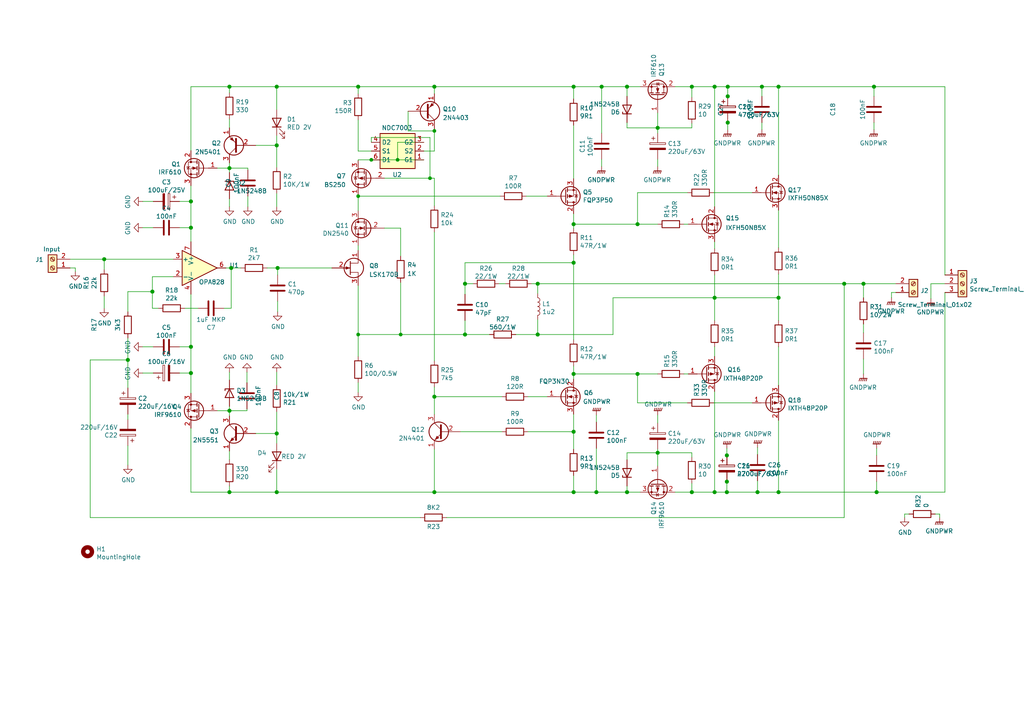
<source format=kicad_sch>
(kicad_sch (version 20230121) (generator eeschema)
  (paper "A4")
  (title_block (title "Q17.3") (date "2023-05-06") (rev "1.3") (company "by eng. Anonymous") (comment 4 "Q17.3 end game"))
  (junction (at 55.372 100.584) (diameter 1.016))
  (junction (at 80.264 42.164) (diameter 1.016))
  (junction (at 66.548 119.126) (diameter 1.016))
  (junction (at 166.37 142.748) (diameter 1.016))
  (junction (at 66.548 142.748) (diameter 1.016))
  (junction (at 200.66 25.146) (diameter 1.016))
  (junction (at 125.984 37.973))
  (junction (at 125.984 115.062) (diameter 1.016))
  (junction (at 211.074 27.94) (diameter 1.016))
  (junction (at 55.372 108.204) (diameter 1.016))
  (junction (at 225.806 25.146) (diameter 1.016))
  (junction (at 250.444 82.296) (diameter 1.016))
  (junction (at 67.056 77.724) (diameter 1.016))
  (junction (at 125.984 25.146) (diameter 1.016))
  (junction (at 184.912 65.024) (diameter 1.016))
  (junction (at 37.084 104.394) (diameter 1.016))
  (junction (at 134.874 97.028) (diameter 1.016))
  (junction (at 244.856 82.296) (diameter 1.016))
  (junction (at 134.874 82.296) (diameter 1.016))
  (junction (at 80.264 25.146) (diameter 1.016))
  (junction (at 107.696 46.355))
  (junction (at 181.864 142.748) (diameter 1.016))
  (junction (at 253.492 25.146) (diameter 1.016))
  (junction (at 80.518 77.724) (diameter 1.016))
  (junction (at 125.984 142.748) (diameter 1.016))
  (junction (at 166.37 65.024) (diameter 1.016))
  (junction (at 44.196 84.582) (diameter 1.016))
  (junction (at 80.264 142.748) (diameter 1.016))
  (junction (at 174.498 25.146) (diameter 1.016))
  (junction (at 225.806 142.748) (diameter 1.016))
  (junction (at 211.074 25.146) (diameter 1.016))
  (junction (at 124.714 51.689))
  (junction (at 211.074 35.56) (diameter 1.016))
  (junction (at 166.37 76.2) (diameter 1.016))
  (junction (at 166.37 125.222) (diameter 1.016))
  (junction (at 155.956 97.028) (diameter 1.016))
  (junction (at 200.66 142.748) (diameter 1.016))
  (junction (at 207.264 86.36) (diameter 1.016))
  (junction (at 225.806 86.36) (diameter 1.016))
  (junction (at 55.372 58.42) (diameter 1.016))
  (junction (at 220.98 25.146) (diameter 1.016))
  (junction (at 166.37 25.146) (diameter 1.016))
  (junction (at 80.264 125.73) (diameter 1.016))
  (junction (at 190.754 37.084) (diameter 1.016))
  (junction (at 115.316 46.355))
  (junction (at 210.82 139.7) (diameter 1.016))
  (junction (at 166.37 108.458) (diameter 1.016))
  (junction (at 210.82 142.748) (diameter 1.016))
  (junction (at 66.548 25.146) (diameter 1.016))
  (junction (at 116.205 97.028))
  (junction (at 184.912 108.458) (diameter 1.016))
  (junction (at 181.864 25.146) (diameter 1.016))
  (junction (at 172.974 142.748) (diameter 1.016))
  (junction (at 103.886 25.146) (diameter 1.016))
  (junction (at 103.886 97.028))
  (junction (at 30.226 75.184) (diameter 1.016))
  (junction (at 219.71 142.748) (diameter 1.016))
  (junction (at 210.82 132.08) (diameter 1.016))
  (junction (at 207.264 142.748) (diameter 1.016))
  (junction (at 190.754 131.318) (diameter 1.016))
  (junction (at 55.372 66.04) (diameter 1.016))
  (junction (at 103.886 56.896))
  (junction (at 207.264 25.146) (diameter 1.016))
  (junction (at 66.548 48.768) (diameter 1.016))
  (junction (at 155.956 82.296) (diameter 1.016))
  (junction (at 254.254 142.748) (diameter 1.016))
  (wire (pts (xy 220.98 35.56) (xy 220.98 37.592)))
  (wire (pts (xy 80.518 77.724) (xy 96.266 77.724)))
  (wire (pts (xy 166.37 73.914) (xy 166.37 76.2)))
  (wire (pts (xy 116.205 97.028) (xy 103.886 97.028)))
  (wire (pts (xy 74.168 42.164) (xy 80.264 42.164)))
  (wire (pts (xy 80.264 42.164) (xy 80.264 39.37)))
  (wire (pts (xy 125.984 25.146) (xy 103.886 25.146)))
  (wire (pts (xy 125.984 25.146) (xy 166.37 25.146)))
  (wire (pts (xy 103.886 82.804) (xy 103.886 97.028)))
  (wire (pts (xy 200.66 131.318) (xy 190.754 131.318)))
  (wire (pts (xy 200.66 132.588) (xy 200.66 131.318)))
  (wire (pts (xy 66.548 34.544) (xy 66.548 37.084)))
  (wire (pts (xy 125.984 51.689) (xy 125.984 59.69)))
  (wire (pts (xy 190.754 120.396) (xy 190.754 122.682)))
  (wire (pts (xy 37.084 121.666) (xy 37.084 120.142)))
  (wire (pts (xy 37.084 134.874) (xy 37.084 129.286)))
  (wire (pts (xy 20.32 77.724) (xy 21.844 77.724)))
  (wire (pts (xy 21.844 77.724) (xy 21.844 78.74)))
  (wire (pts (xy 200.66 25.146) (xy 200.66 28.194)))
  (wire (pts (xy 37.084 98.044) (xy 37.084 104.394)))
  (wire (pts (xy 37.084 104.394) (xy 37.084 112.522)))
  (wire (pts (xy 184.912 116.84) (xy 184.912 108.458)))
  (wire (pts (xy 199.39 116.84) (xy 184.912 116.84)))
  (wire (pts (xy 80.264 125.73) (xy 80.264 119.38)))
  (wire (pts (xy 80.264 25.146) (xy 103.886 25.146)))
  (wire (pts (xy 166.37 120.142) (xy 166.37 125.222)))
  (wire (pts (xy 166.37 125.222) (xy 166.37 130.302)))
  (wire (pts (xy 44.196 80.264) (xy 50.292 80.264)))
  (wire (pts (xy 44.196 84.582) (xy 44.196 80.264)))
  (wire (pts (xy 44.196 89.408) (xy 44.196 84.582)))
  (wire (pts (xy 45.974 89.408) (xy 44.196 89.408)))
  (wire (pts (xy 134.874 76.2) (xy 166.37 76.2)))
  (wire (pts (xy 134.874 82.296) (xy 134.874 76.2)))
  (wire (pts (xy 185.674 25.146) (xy 181.864 25.146)))
  (wire (pts (xy 66.548 47.244) (xy 66.548 48.768)))
  (wire (pts (xy 66.548 48.768) (xy 66.548 50.038)))
  (wire (pts (xy 116.205 74.295) (xy 116.205 66.167)))
  (wire (pts (xy 65.024 89.408) (xy 67.056 89.408)))
  (wire (pts (xy 67.056 89.408) (xy 67.056 77.724)))
  (wire (pts (xy 190.754 46.228) (xy 190.754 48.26)))
  (wire (pts (xy 125.984 67.31) (xy 125.984 104.648)))
  (wire (pts (xy 190.754 32.766) (xy 190.754 37.084)))
  (wire (pts (xy 190.754 37.084) (xy 190.754 38.608)))
  (wire (pts (xy 190.754 37.084) (xy 200.66 37.084)))
  (wire (pts (xy 200.66 37.084) (xy 200.66 35.814)))
  (wire (pts (xy 172.974 122.428) (xy 172.974 120.396)))
  (wire (pts (xy 107.696 46.355) (xy 115.316 46.355)))
  (wire (pts (xy 107.696 43.815) (xy 103.886 43.815)))
  (wire (pts (xy 55.372 124.206) (xy 55.372 142.748)))
  (wire (pts (xy 158.75 56.896) (xy 152.654 56.896)))
  (wire (pts (xy 26.162 104.394) (xy 37.084 104.394)))
  (wire (pts (xy 26.162 150.114) (xy 26.162 104.394)))
  (wire (pts (xy 121.92 150.114) (xy 26.162 150.114)))
  (wire (pts (xy 210.82 142.748) (xy 219.71 142.748)))
  (wire (pts (xy 219.71 142.748) (xy 225.806 142.748)))
  (wire (pts (xy 225.806 142.748) (xy 254.254 142.748)))
  (wire (pts (xy 254.254 139.7) (xy 254.254 142.748)))
  (wire (pts (xy 125.984 37.338) (xy 125.984 37.973)))
  (wire (pts (xy 134.874 82.296) (xy 134.874 85.344)))
  (wire (pts (xy 137.16 82.296) (xy 134.874 82.296)))
  (wire (pts (xy 166.37 36.322) (xy 166.37 51.816)))
  (wire (pts (xy 107.696 39.878) (xy 107.696 41.275)))
  (wire (pts (xy 55.372 85.344) (xy 55.372 100.584)))
  (wire (pts (xy 55.372 100.584) (xy 55.372 108.204)))
  (wire (pts (xy 55.372 108.204) (xy 55.372 114.046)))
  (wire (pts (xy 219.71 139.446) (xy 219.71 142.748)))
  (wire (pts (xy 66.548 140.97) (xy 66.548 142.748)))
  (wire (pts (xy 225.806 25.146) (xy 253.492 25.146)))
  (wire (pts (xy 253.492 27.94) (xy 253.492 25.146)))
  (wire (pts (xy 52.07 108.204) (xy 55.372 108.204)))
  (wire (pts (xy 207.264 86.36) (xy 225.806 86.36)))
  (wire (pts (xy 144.78 82.296) (xy 146.558 82.296)))
  (wire (pts (xy 154.178 82.296) (xy 155.956 82.296)))
  (wire (pts (xy 155.956 85.09) (xy 155.956 82.296)))
  (wire (pts (xy 274.066 142.748) (xy 254.254 142.748)))
  (wire (pts (xy 258.572 84.836) (xy 259.842 84.836)))
  (wire (pts (xy 258.572 86.36) (xy 258.572 84.836)))
  (wire (pts (xy 55.372 53.848) (xy 55.372 58.42)))
  (wire (pts (xy 55.372 58.42) (xy 55.372 66.04)))
  (wire (pts (xy 55.372 66.04) (xy 55.372 70.104)))
  (wire (pts (xy 125.984 115.062) (xy 145.542 115.062)))
  (wire (pts (xy 153.162 115.062) (xy 158.75 115.062)))
  (wire (pts (xy 244.856 82.296) (xy 244.856 150.114)))
  (wire (pts (xy 244.856 150.114) (xy 129.54 150.114)))
  (wire (pts (xy 52.07 66.04) (xy 55.372 66.04)))
  (wire (pts (xy 149.606 97.028) (xy 155.956 97.028)))
  (wire (pts (xy 155.956 92.71) (xy 155.956 97.028)))
  (wire (pts (xy 198.374 65.024) (xy 199.644 65.024)))
  (wire (pts (xy 103.886 71.247) (xy 103.886 72.644)))
  (wire (pts (xy 198.374 108.458) (xy 199.644 108.458)))
  (wire (pts (xy 41.402 66.04) (xy 44.45 66.04)))
  (wire (pts (xy 174.498 25.146) (xy 166.37 25.146)))
  (wire (pts (xy 181.864 25.146) (xy 174.498 25.146)))
  (wire (pts (xy 200.66 25.146) (xy 195.834 25.146)))
  (wire (pts (xy 207.264 25.146) (xy 200.66 25.146)))
  (wire (pts (xy 207.264 59.944) (xy 207.264 25.146)))
  (wire (pts (xy 166.37 25.146) (xy 166.37 28.702)))
  (wire (pts (xy 71.628 118.618) (xy 71.628 119.126)))
  (wire (pts (xy 71.628 119.126) (xy 66.548 119.126)))
  (wire (pts (xy 103.886 56.896) (xy 145.034 56.896)))
  (wire (pts (xy 184.912 55.88) (xy 184.912 65.024)))
  (wire (pts (xy 199.39 55.88) (xy 184.912 55.88)))
  (wire (pts (xy 155.956 97.028) (xy 177.8 97.028)))
  (wire (pts (xy 177.8 86.36) (xy 207.264 86.36)))
  (wire (pts (xy 177.8 97.028) (xy 177.8 86.36)))
  (wire (pts (xy 200.66 140.208) (xy 200.66 142.748)))
  (wire (pts (xy 207.264 70.104) (xy 207.264 72.136)))
  (wire (pts (xy 207.264 79.756) (xy 207.264 86.36)))
  (wire (pts (xy 207.264 86.36) (xy 207.264 92.964)))
  (wire (pts (xy 207.264 100.584) (xy 207.264 103.378)))
  (wire (pts (xy 125.984 112.268) (xy 125.984 115.062)))
  (wire (pts (xy 133.604 125.222) (xy 145.542 125.222)))
  (wire (pts (xy 153.162 125.222) (xy 166.37 125.222)))
  (wire (pts (xy 116.205 66.167) (xy 111.506 66.167)))
  (wire (pts (xy 274.066 84.836) (xy 274.066 142.748)))
  (wire (pts (xy 66.548 110.236) (xy 66.548 107.95)))
  (wire (pts (xy 41.402 100.584) (xy 44.45 100.584)))
  (wire (pts (xy 115.316 46.355) (xy 122.936 46.355)))
  (wire (pts (xy 166.37 106.172) (xy 166.37 108.458)))
  (wire (pts (xy 166.37 108.458) (xy 166.37 109.982)))
  (wire (pts (xy 125.984 115.062) (xy 125.984 120.142)))
  (wire (pts (xy 181.864 35.56) (xy 181.864 37.084)))
  (wire (pts (xy 181.864 37.084) (xy 190.754 37.084)))
  (wire (pts (xy 253.492 35.56) (xy 253.492 37.592)))
  (wire (pts (xy 80.264 111.76) (xy 80.264 107.95)))
  (wire (pts (xy 166.37 76.2) (xy 166.37 98.552)))
  (wire (pts (xy 103.886 56.896) (xy 103.886 61.087)))
  (wire (pts (xy 77.47 77.724) (xy 80.518 77.724)))
  (wire (pts (xy 80.518 77.724) (xy 80.518 79.756)))
  (wire (pts (xy 71.882 48.768) (xy 66.548 48.768)))
  (wire (pts (xy 71.882 49.276) (xy 71.882 48.768)))
  (wire (pts (xy 30.226 75.184) (xy 30.226 78.232)))
  (wire (pts (xy 50.292 75.184) (xy 30.226 75.184)))
  (wire (pts (xy 134.874 92.964) (xy 134.874 97.028)))
  (wire (pts (xy 134.874 97.028) (xy 141.986 97.028)))
  (wire (pts (xy 220.98 25.146) (xy 220.98 27.94)))
  (wire (pts (xy 80.264 56.134) (xy 80.264 59.944)))
  (wire (pts (xy 166.37 108.458) (xy 184.912 108.458)))
  (wire (pts (xy 184.912 108.458) (xy 190.754 108.458)))
  (wire (pts (xy 52.07 58.42) (xy 55.372 58.42)))
  (wire (pts (xy 107.696 39.878) (xy 124.714 39.878)))
  (wire (pts (xy 30.226 85.852) (xy 30.226 89.408)))
  (wire (pts (xy 125.984 25.146) (xy 125.984 27.178)))
  (wire (pts (xy 122.936 41.275) (xy 115.316 41.275)))
  (wire (pts (xy 124.714 51.689) (xy 125.984 51.689)))
  (wire (pts (xy 225.806 121.92) (xy 225.806 142.748)))
  (wire (pts (xy 111.506 51.689) (xy 124.714 51.689)))
  (wire (pts (xy 172.974 142.748) (xy 166.37 142.748)))
  (wire (pts (xy 200.66 142.748) (xy 195.834 142.748)))
  (wire (pts (xy 207.264 113.538) (xy 207.264 142.748)))
  (wire (pts (xy 207.264 142.748) (xy 200.66 142.748)))
  (wire (pts (xy 207.01 116.84) (xy 218.186 116.84)))
  (wire (pts (xy 125.984 130.302) (xy 125.984 142.748)))
  (wire (pts (xy 125.984 142.748) (xy 166.37 142.748)))
  (wire (pts (xy 166.37 142.748) (xy 166.37 137.922)))
  (wire (pts (xy 250.444 82.296) (xy 259.842 82.296)))
  (wire (pts (xy 115.316 41.275) (xy 115.316 46.355)))
  (wire (pts (xy 118.364 32.258) (xy 118.364 37.973)))
  (wire (pts (xy 254.254 132.08) (xy 254.254 130.048)))
  (wire (pts (xy 66.548 120.65) (xy 66.548 119.126)))
  (wire (pts (xy 55.372 25.146) (xy 66.548 25.146)))
  (wire (pts (xy 55.372 43.688) (xy 55.372 25.146)))
  (wire (pts (xy 172.974 130.048) (xy 172.974 142.748)))
  (wire (pts (xy 37.084 84.582) (xy 37.084 90.424)))
  (wire (pts (xy 44.196 84.582) (xy 37.084 84.582)))
  (wire (pts (xy 66.548 25.146) (xy 80.264 25.146)))
  (wire (pts (xy 66.548 26.924) (xy 66.548 25.146)))
  (wire (pts (xy 80.264 25.146) (xy 80.264 31.75)))
  (wire (pts (xy 181.864 140.97) (xy 181.864 142.748)))
  (wire (pts (xy 53.594 89.408) (xy 57.404 89.408)))
  (wire (pts (xy 103.886 110.998) (xy 103.886 113.792)))
  (wire (pts (xy 124.714 39.878) (xy 124.714 51.689)))
  (wire (pts (xy 210.82 139.7) (xy 210.82 142.748)))
  (wire (pts (xy 210.82 142.748) (xy 207.264 142.748)))
  (wire (pts (xy 55.372 142.748) (xy 66.548 142.748)))
  (wire (pts (xy 80.264 142.748) (xy 80.264 136.144)))
  (wire (pts (xy 65.532 77.724) (xy 67.056 77.724)))
  (wire (pts (xy 67.056 77.724) (xy 69.85 77.724)))
  (wire (pts (xy 190.754 130.302) (xy 190.754 131.318)))
  (wire (pts (xy 190.754 131.318) (xy 190.754 135.128)))
  (wire (pts (xy 103.886 46.355) (xy 103.886 46.609)))
  (wire (pts (xy 172.974 142.748) (xy 181.864 142.748)))
  (wire (pts (xy 181.864 142.748) (xy 185.674 142.748)))
  (wire (pts (xy 155.956 82.296) (xy 244.856 82.296)))
  (wire (pts (xy 244.856 82.296) (xy 250.444 82.296)))
  (wire (pts (xy 250.444 82.296) (xy 250.444 86.36)))
  (wire (pts (xy 20.32 75.184) (xy 30.226 75.184)))
  (wire (pts (xy 122.936 43.815) (xy 125.984 43.815)))
  (wire (pts (xy 174.498 25.146) (xy 174.498 38.608)))
  (wire (pts (xy 116.205 81.915) (xy 116.205 97.028)))
  (wire (pts (xy 66.548 119.126) (xy 66.548 117.856)))
  (wire (pts (xy 271.272 149.098) (xy 272.542 149.098)))
  (wire (pts (xy 272.542 149.098) (xy 272.542 150.114)))
  (wire (pts (xy 262.382 149.098) (xy 263.652 149.098)))
  (wire (pts (xy 262.382 150.114) (xy 262.382 149.098)))
  (wire (pts (xy 52.07 100.584) (xy 55.372 100.584)))
  (wire (pts (xy 103.886 97.028) (xy 103.886 103.378)))
  (wire (pts (xy 134.874 97.028) (xy 116.205 97.028)))
  (wire (pts (xy 62.992 119.126) (xy 66.548 119.126)))
  (wire (pts (xy 274.066 25.146) (xy 253.492 25.146)))
  (wire (pts (xy 270.002 82.296) (xy 270.002 86.614)))
  (wire (pts (xy 274.066 82.296) (xy 270.002 82.296)))
  (wire (pts (xy 166.37 61.976) (xy 166.37 65.024)))
  (wire (pts (xy 166.37 65.024) (xy 166.37 66.294)))
  (wire (pts (xy 41.402 108.204) (xy 44.45 108.204)))
  (wire (pts (xy 41.402 58.42) (xy 44.45 58.42)))
  (wire (pts (xy 80.264 125.73) (xy 80.264 128.524)))
  (wire (pts (xy 80.264 142.748) (xy 125.984 142.748)))
  (wire (pts (xy 274.066 25.146) (xy 274.066 79.756)))
  (wire (pts (xy 80.264 42.164) (xy 80.264 48.514)))
  (wire (pts (xy 71.882 59.944) (xy 71.882 56.896)))
  (wire (pts (xy 181.864 131.318) (xy 190.754 131.318)))
  (wire (pts (xy 181.864 133.35) (xy 181.864 131.318)))
  (wire (pts (xy 66.548 57.658) (xy 66.548 59.944)))
  (wire (pts (xy 219.71 131.826) (xy 219.71 129.794)))
  (wire (pts (xy 225.806 25.146) (xy 225.806 50.8)))
  (wire (pts (xy 71.628 107.95) (xy 71.628 110.998)))
  (wire (pts (xy 74.168 125.73) (xy 80.264 125.73)))
  (wire (pts (xy 250.444 104.14) (xy 250.444 108.458)))
  (wire (pts (xy 207.01 55.88) (xy 218.186 55.88)))
  (wire (pts (xy 62.992 48.768) (xy 66.548 48.768)))
  (wire (pts (xy 80.518 87.376) (xy 80.518 90.424)))
  (wire (pts (xy 225.806 60.96) (xy 225.806 71.882)))
  (wire (pts (xy 225.806 79.502) (xy 225.806 86.36)))
  (wire (pts (xy 225.806 86.36) (xy 225.806 92.964)))
  (wire (pts (xy 225.806 100.584) (xy 225.806 111.76)))
  (wire (pts (xy 250.444 93.98) (xy 250.444 96.52)))
  (wire (pts (xy 211.074 35.56) (xy 211.074 37.592)))
  (wire (pts (xy 181.864 25.146) (xy 181.864 27.94)))
  (wire (pts (xy 166.37 65.024) (xy 184.912 65.024)))
  (wire (pts (xy 184.912 65.024) (xy 190.754 65.024)))
  (wire (pts (xy 174.498 46.228) (xy 174.498 48.26)))
  (wire (pts (xy 103.886 56.769) (xy 103.886 56.896)))
  (wire (pts (xy 66.548 142.748) (xy 80.264 142.748)))
  (wire (pts (xy 210.82 132.08) (xy 210.82 130.048)))
  (wire (pts (xy 103.886 34.798) (xy 103.886 43.815)))
  (wire (pts (xy 125.984 37.973) (xy 118.364 37.973)))
  (wire (pts (xy 125.984 37.973) (xy 125.984 43.815)))
  (wire (pts (xy 211.074 25.146) (xy 207.264 25.146)))
  (wire (pts (xy 211.074 25.146) (xy 220.98 25.146)))
  (wire (pts (xy 211.074 27.94) (xy 211.074 25.146)))
  (wire (pts (xy 220.98 25.146) (xy 225.806 25.146)))
  (wire (pts (xy 66.548 133.35) (xy 66.548 130.81)))
  (wire (pts (xy 103.886 25.146) (xy 103.886 27.178)))
  (wire (pts (xy 107.696 46.355) (xy 103.886 46.355)))
  (symbol (lib_id "Device:Q_NPN_EBC") (at 128.524 125.222 0) (mirror y) (unit 1)
    (property "Reference" "Q12" (at 123.19 124.587 0) (effects (justify left)))
    (property "Value" "2N4401" (at 123.19 127.127 0) (effects (justify left)))
    (property "Footprint" "Package_TO_SOT_THT:TO-92" (effects hide))
  )
  (symbol (lib_id "Device:R") (at 166.37 134.112 0) (unit 1)
    (property "Reference" "R13" (at 168.1481 132.9626 0) (effects (justify left)))
    (property "Value" "9R1" (at 168.1481 135.2613 0) (effects (justify left)))
    (property "Footprint" "Resistor_THT:R_Axial_DIN0207_L6.3mm_D2.5mm_P10.16mm_Horizontal" (effects hide))
  )
  (symbol (lib_id "Device:C_Polarized") (at 211.074 31.75 0) (unit 1)
    (property "Reference" "C20" (at 213.9951 30.9891 0) (effects (justify left)))
    (property "Value" "4700uF/63V" (at 213.9951 33.2878 0) (effects (justify left)))
    (property "Footprint" "Capacitor_THT:CP_Radial_D22.0mm_P10.00mm_SnapIn" (effects hide))
  )
  (symbol (lib_id "power:GND") (at 30.226 89.408 0) (unit 1)
    (property "Reference" "#PWR0113" (effects hide))
    (property "Value" "GND" (at 30.3403 93.7324 0))
  )
  (symbol (lib_id "Device:C_Polarized") (at 210.82 135.89 0) (unit 1)
    (property "Reference" "C21" (at 213.7411 135.1291 0) (effects (justify left)))
    (property "Value" "4700uF/63V" (at 213.7411 137.4278 0) (effects (justify left)))
    (property "Footprint" "Capacitor_THT:CP_Radial_D22.0mm_P10.00mm_SnapIn" (effects hide))
  )
  (symbol (lib_id "Device:R") (at 250.444 90.17 0) (unit 1)
    (property "Reference" "R31" (at 252.2221 89.0206 0) (effects (justify left)))
    (property "Value" "10/2W" (at 252.222 91.319 0) (effects (justify left)))
    (property "Footprint" "Resistor_THT:R_Axial_DIN0309_L9.0mm_D3.2mm_P12.70mm_Horizontal" (effects hide))
  )
  (symbol (lib_id "Device:C") (at 48.26 66.04 90) (unit 1)
    (property "Reference" "C4" (at 48.26 60.4478 90))
    (property "Value" "100nF" (at 48.26 62.7465 90))
    (property "Footprint" "Capacitor_THT:C_Disc_D7.5mm_W2.5mm_P5.00mm" (effects hide))
    (property "Datasheet" "https://ro.mouser.com/datasheet/2/212/1/KEM_F3101_R82-1103738.pdf" (effects hide))
    (property "Sim.Device" "SPICE" (effects hide))
    (property "Sim.Params" "type=\"C\" model=\"100n\" lib=\"\"" (effects hide))
    (property "Sim.Pins" "1=1 2=2" (effects hide))
  )
  (symbol (lib_name "Connector:Screw_Terminal_01x02_1") (lib_id "Connector:Screw_Terminal_01x02") (at 264.922 84.836 0) (mirror x) (unit 1)
    (property "Reference" "J2" (at 266.9541 84.3269 0) (effects (justify left)))
    (property "Value" "Screw_Terminal_01x02" (at 260.3501 88.3782 0) (effects (justify left)))
    (property "Footprint" "Connector_AMASS:AMASS_XT30U-F_1x02_P5.0mm_Vertical" (effects hide))
  )
  (symbol (lib_id "power:GND") (at 37.084 134.874 0) (unit 1)
    (property "Reference" "#PWR0107" (effects hide))
    (property "Value" "GND" (at 37.1983 139.1984 0))
  )
  (symbol (lib_id "Device:R") (at 73.66 77.724 90) (unit 1)
    (property "Reference" "R1" (at 73.66 72.4978 90))
    (property "Value" "2k7" (at 73.66 74.7965 90))
    (property "Footprint" "Resistor_THT:R_Axial_DIN0207_L6.3mm_D2.5mm_P10.16mm_Horizontal" (effects hide))
  )
  (symbol (lib_id "power:GNDPWR") (at 190.754 120.396 180) (unit 1)
    (property "Reference" "#PWR0121" (effects hide))
    (property "Value" "GNDPWR" (at 190.881 117.255 0))
  )
  (symbol (lib_id "Device:C") (at 172.974 126.238 0) (unit 1)
    (property "Reference" "C12" (at 175.8951 125.4771 0) (effects (justify left)))
    (property "Value" "100nF" (at 175.8951 127.7758 0) (effects (justify left)))
    (property "Footprint" "Capacitor_THT:C_Disc_D7.5mm_W2.5mm_P5.00mm" (effects hide))
    (property "Datasheet" "https://ro.mouser.com/datasheet/2/212/1/KEM_F3101_R82-1103738.pdf" (effects hide))
    (property "Sim.Device" "SPICE" (effects hide))
    (property "Sim.Params" "type=\"C\" model=\"100n\" lib=\"\"" (effects hide))
    (property "Sim.Pins" "1=1 2=2" (effects hide))
  )
  (symbol (lib_id "Device:R") (at 166.37 70.104 0) (unit 1)
    (property "Reference" "R11" (at 168.1481 68.9546 0) (effects (justify left)))
    (property "Value" "47R/1W" (at 168.1481 71.2533 0) (effects (justify left)))
    (property "Footprint" "Resistor_THT:R_Axial_DIN0411_L9.9mm_D3.6mm_P12.70mm_Horizontal" (effects hide))
  )
  (symbol (lib_id "Device:R") (at 149.352 125.222 90) (unit 1)
    (property "Reference" "R9" (at 149.352 119.9958 90))
    (property "Value" "100R" (at 149.352 122.295 90))
    (property "Footprint" "Resistor_THT:R_Axial_DIN0207_L6.3mm_D2.5mm_P10.16mm_Horizontal" (effects hide))
  )
  (symbol (lib_id "Device:R") (at 80.264 115.57 0) (mirror x) (unit 1)
    (property "Reference" "R21" (at 82.0421 116.7194 0) (effects (justify left)))
    (property "Value" "10k/1W" (at 82.042 114.421 0) (effects (justify left)))
    (property "Footprint" "Resistor_THT:R_Axial_DIN0207_L6.3mm_D2.5mm_P10.16mm_Horizontal" (effects hide))
  )
  (symbol (lib_id "Device:LED") (at 80.264 35.56 90) (unit 1)
    (property "Reference" "D1" (at 83.1851 34.6011 90) (effects (justify right)))
    (property "Value" "RED 2V" (at 83.1851 36.8998 90) (effects (justify right)))
    (property "Footprint" "LED_THT:LED_D5.0mm_Clear" (effects hide))
  )
  (symbol (lib_id "Device:C_Polarized") (at 210.82 135.89 0) (unit 1)
    (property "Reference" "C16" (at 213.7411 135.1291 0) (effects (justify left)))
    (property "Value" "2200uF/63V" (at 213.7411 137.4278 0) (effects (justify left)))
    (property "Footprint" "Capacitor_THT:CP_Radial_D18.0mm_P7.50mm" (effects hide))
  )
  (symbol (lib_id "Device:R") (at 194.564 108.458 90) (unit 1)
    (property "Reference" "R15" (at 193.4146 106.6799 0) (effects (justify left)))
    (property "Value" "330R" (at 195.7133 106.6799 0) (effects (justify left)))
    (property "Footprint" "Resistor_THT:R_Axial_DIN0207_L6.3mm_D2.5mm_P10.16mm_Horizontal" (effects hide))
  )
  (symbol (lib_id "power:GNDPWR") (at 172.974 120.396 180) (unit 1)
    (property "Reference" "#PWR0120" (effects hide))
    (property "Value" "GNDPWR" (at 173.101 116.478 0))
  )
  (symbol (lib_id "Device:C") (at 174.498 42.418 180) (unit 1)
    (property "Reference" "C11" (at 168.9058 42.418 90))
    (property "Value" "100nF" (at 171.2045 42.418 90))
    (property "Footprint" "Capacitor_THT:C_Disc_D7.5mm_W2.5mm_P5.00mm" (effects hide))
    (property "Datasheet" "https://ro.mouser.com/datasheet/2/212/1/KEM_F3101_R82-1103738.pdf" (effects hide))
    (property "Sim.Device" "SPICE" (effects hide))
    (property "Sim.Params" "type=\"C\" model=\"100n\" lib=\"\"" (effects hide))
    (property "Sim.Pins" "1=1 2=2" (effects hide))
  )
  (symbol (lib_id "Driver_LED:DIO5661TST6") (at 115.316 43.815 180) (unit 1)
    (property "Reference" "U2" (at 116.586 50.673 0) (effects (justify left)))
    (property "Value" "NDC7003" (at 119.634 37.084 0) (effects (justify left)))
    (property "Footprint" "Package_TO_SOT_SMD:TSOT-23-6" (effects hide))
    (property "Datasheet" "https://www.onsemi.com/download/data-sheet/pdf/ndc7003p-d.pdf" (effects hide))
  )
  (symbol (lib_id "Device:C") (at 220.98 31.75 180) (unit 1)
    (property "Reference" "C27" (at 209.0378 31.75 90))
    (property "Value" "100nF" (at 217.6865 31.75 90))
    (property "Footprint" "Capacitor_THT:C_Disc_D7.5mm_W2.5mm_P5.00mm" (effects hide))
    (property "Datasheet" "https://ro.mouser.com/datasheet/2/212/1/KEM_F3101_R82-1103738.pdf" (effects hide))
    (property "Sim.Device" "SPICE" (effects hide))
    (property "Sim.Params" "type=\"C\" model=\"100n\" lib=\"\"" (effects hide))
    (property "Sim.Pins" "1=1 2=2" (effects hide))
  )
  (symbol (lib_id "power:GND") (at 262.382 150.114 0) (unit 1)
    (property "Reference" "#PWR0124" (effects hide))
    (property "Value" "GND" (at 262.4963 154.4384 0))
  )
  (symbol (lib_id "power:GNDPWR") (at 270.002 86.614 0) (unit 1)
    (property "Reference" "#PWR0128" (effects hide))
    (property "Value" "GNDPWR" (at 269.875 90.532 0))
  )
  (symbol (lib_id "Device:C") (at 71.882 53.086 180) (unit 1)
    (property "Reference" "C9" (at 66.2898 53.086 90))
    (property "Value" "100nF" (at 68.5885 53.086 90))
    (property "Footprint" "Capacitor_THT:C_Disc_D7.5mm_W2.5mm_P5.00mm" (effects hide))
    (property "Datasheet" "https://ro.mouser.com/datasheet/2/212/1/KEM_F3101_R82-1103738.pdf" (effects hide))
    (property "Sim.Device" "SPICE" (effects hide))
    (property "Sim.Params" "type=\"C\" model=\"100n\" lib=\"\"" (effects hide))
    (property "Sim.Pins" "1=1 2=2" (effects hide))
  )
  (symbol (lib_id "power:GND") (at 21.844 78.74 0) (unit 1)
    (property "Reference" "#PWR0114" (effects hide))
    (property "Value" "GND" (at 21.9583 83.0644 0))
  )
  (symbol (lib_id "power:GNDPWR") (at 219.71 129.794 180) (unit 1)
    (property "Reference" "#PWR0132" (effects hide))
    (property "Value" "GNDPWR" (at 219.837 125.876 0))
  )
  (symbol (lib_id "Device:LED") (at 80.264 132.334 270) (mirror x) (unit 1)
    (property "Reference" "D4" (at 77.3429 131.3751 90) (effects (justify right)))
    (property "Value" "RED 2V" (at 88.7729 132.4038 90) (effects (justify right)))
    (property "Footprint" "LED_THT:LED_D5.0mm_Clear" (effects hide))
  )
  (symbol (lib_id "Device:R") (at 194.564 65.024 90) (unit 1)
    (property "Reference" "R14" (at 193.4146 63.2459 0) (effects (justify left)))
    (property "Value" "330R" (at 195.7133 63.2459 0) (effects (justify left)))
    (property "Footprint" "Resistor_THT:R_Axial_DIN0207_L6.3mm_D2.5mm_P10.16mm_Horizontal" (effects hide))
  )
  (symbol (lib_id "Device:R") (at 203.2 55.88 90) (unit 1)
    (property "Reference" "R22" (at 202.0506 54.1019 0) (effects (justify left)))
    (property "Value" "330R" (at 204.3493 54.1019 0) (effects (justify left)))
    (property "Footprint" "Resistor_THT:R_Axial_DIN0207_L6.3mm_D2.5mm_P10.16mm_Horizontal" (effects hide))
  )
  (symbol (lib_id "Device:R") (at 166.37 32.512 0) (unit 1)
    (property "Reference" "R10" (at 168.1481 31.3626 0) (effects (justify left)))
    (property "Value" "9R1" (at 168.1481 33.6613 0) (effects (justify left)))
    (property "Footprint" "Resistor_THT:R_Axial_DIN0207_L6.3mm_D2.5mm_P10.16mm_Horizontal" (effects hide))
  )
  (symbol (lib_id "power:GNDPWR") (at 210.82 130.048 180) (unit 1)
    (property "Reference" "#PWR0125" (effects hide))
    (property "Value" "GNDPWR" (at 210.947 126.13 0))
  )
  (symbol (lib_id "Device:R") (at 140.97 82.296 90) (unit 1)
    (property "Reference" "R26" (at 140.97 77.8468 90))
    (property "Value" "22/1W" (at 140.97 80.1455 90))
    (property "Footprint" "Resistor_THT:R_Axial_DIN0207_L6.3mm_D2.5mm_P10.16mm_Horizontal" (effects hide))
  )
  (symbol (lib_id "Device:D_Zener") (at 181.864 31.75 90) (unit 1)
    (property "Reference" "D6" (at 179.8319 32.5109 90) (effects (justify left)))
    (property "Value" "1N5245B" (at 179.8319 30.2122 90) (effects (justify left)))
    (property "Footprint" "Diode_THT:D_DO-35_SOD27_P7.62mm_Horizontal" (effects hide))
  )
  (symbol (lib_id "Transistor_FET:BS250") (at 106.426 51.689 180) (unit 1)
    (property "Reference" "Q7" (at 100.33 51.054 0) (effects (justify left)))
    (property "Value" "BS250" (at 100.33 53.594 0) (effects (justify left)))
    (property "Footprint" "Package_TO_SOT_THT:TO-92Flat" (effects hide))
    (property "Datasheet" "http://www.vishay.com/docs/70209/70209.pdf" (effects hide))
  )
  (symbol (lib_id "Device:R") (at 30.226 82.042 180) (unit 1)
    (property "Reference" "R16" (at 24.9998 82.042 90))
    (property "Value" "22k" (at 27.2985 82.042 90))
    (property "Footprint" "Resistor_THT:R_Axial_DIN0207_L6.3mm_D2.5mm_P10.16mm_Horizontal" (effects hide))
  )
  (symbol (lib_id "power:GNDPWR") (at 211.074 37.592 0) (unit 1)
    (property "Reference" "#PWR0118" (effects hide))
    (property "Value" "GNDPWR" (at 210.947 41.51 0))
  )
  (symbol (lib_id "Device:C_Polarized") (at 37.084 125.476 180) (unit 1)
    (property "Reference" "C22" (at 34.1629 126.2369 0) (effects (justify left)))
    (property "Value" "220uF/16V" (at 34.1629 123.9382 0) (effects (justify left)))
    (property "Footprint" "Capacitor_THT:C_Radial_D10.0mm_H12.5mm_P5.00mm" (effects hide))
  )
  (symbol (lib_id "Device:C") (at 61.214 89.408 270) (unit 1)
    (property "Reference" "C7" (at 61.214 95.0002 90))
    (property "Value" "1uF MKP" (at 61.214 92.7015 90))
    (property "Footprint" "Capacitor_THT:CP_Axial_L26.5mm_D20.0mm_P33.00mm_Horizontal" (effects hide))
  )
  (symbol (lib_id "Device:C_Polarized") (at 48.26 108.204 90) (unit 1)
    (property "Reference" "C6" (at 48.26 102.6118 90))
    (property "Value" "100uF/16V" (at 48.26 104.9105 90))
    (property "Footprint" "Capacitor_THT:C_Radial_D10.0mm_H12.5mm_P5.00mm" (effects hide))
  )
  (symbol (lib_id "Device:Q_NMOS_GDS") (at 204.724 65.024 0) (unit 1)
    (property "Reference" "Q15" (at 210.4391 63.2471 0) (effects (justify left)))
    (property "Value" "IXFH50N85X" (at 210.4391 66.0538 0) (effects (justify left)))
    (property "Footprint" "Package_TO_SOT_THT:TO-3P-3_Horizontal_TabDown" (effects hide))
    (property "Datasheet" "https://www.littelfuse.com/media?resourcetype=datasheets&itemid=f7024bbd-8402-4b18-a1cc-9cd3217967e2&filename=littelfuse-discrete-mosfets-n-channel-ultra-junction-ixf-50n85x-datasheet" (effects hide))
  )
  (symbol (lib_id "Device:Q_PNP_EBC") (at 69.088 42.164 180) (unit 1)
    (property "Reference" "Q2" (at 64.135 41.529 0) (effects (justify left)))
    (property "Value" "2N5401" (at 64.135 44.069 0) (effects (justify left)))
    (property "Footprint" "Package_TO_SOT_THT:TO-92" (effects hide))
  )
  (symbol (lib_id "Device:C_Polarized") (at 190.754 42.418 0) (unit 1)
    (property "Reference" "C13" (at 193.6751 41.6571 0) (effects (justify left)))
    (property "Value" "220uF/63V" (at 193.6751 43.9558 0) (effects (justify left)))
    (property "Footprint" "Capacitor_THT:CP_Radial_D10.0mm_P5.00mm_P7.50mm" (effects hide))
  )
  (symbol (lib_id "Device:L") (at 155.956 88.9 0) (unit 1)
    (property "Reference" "L1" (at 157.2261 88.1391 0) (effects (justify left)))
    (property "Value" "1u2" (at 157.2261 90.4378 0) (effects (justify left)))
    (property "Footprint" "L:L_new" (effects hide))
  )
  (symbol (lib_id "Device:R") (at 66.548 30.734 0) (unit 1)
    (property "Reference" "R19" (at 68.3261 29.5846 0) (effects (justify left)))
    (property "Value" "330" (at 68.326 31.883 0) (effects (justify left)))
    (property "Footprint" "Resistor_THT:R_Axial_DIN0207_L6.3mm_D2.5mm_P10.16mm_Horizontal" (effects hide))
  )
  (symbol (lib_id "Device:C_Polarized") (at 37.084 116.332 0) (unit 1)
    (property "Reference" "C2" (at 40.0051 115.5711 0) (effects (justify left)))
    (property "Value" "220uF/16V" (at 40.0051 117.8698 0) (effects (justify left)))
    (property "Footprint" "Capacitor_THT:C_Radial_D10.0mm_H12.5mm_P5.00mm" (effects hide))
  )
  (symbol (lib_id "Device:R") (at 145.796 97.028 90) (unit 1)
    (property "Reference" "R27" (at 145.796 92.5788 90))
    (property "Value" "560/1W" (at 145.796 94.8775 90))
    (property "Footprint" "Resistor_THT:R_Axial_DIN0207_L6.3mm_D2.5mm_P10.16mm_Horizontal" (effects hide))
  )
  (symbol (lib_id "Device:R") (at 166.37 102.362 0) (unit 1)
    (property "Reference" "R12" (at 168.1481 101.2126 0) (effects (justify left)))
    (property "Value" "47R/1W" (at 168.1481 103.5113 0) (effects (justify left)))
    (property "Footprint" "Resistor_THT:R_Axial_DIN0411_L9.9mm_D3.6mm_P12.70mm_Horizontal" (effects hide))
  )
  (symbol (lib_id "Device:C") (at 80.518 83.566 0) (unit 1)
    (property "Reference" "C1" (at 83.4391 82.4166 0) (effects (justify left)))
    (property "Value" "470p" (at 83.4391 84.7153 0) (effects (justify left)))
    (property "Footprint" "Capacitor_THT:C_Disc_D11.0mm_W5.0mm_P7.50mm" (effects hide))
  )
  (symbol (lib_id "Device:R") (at 80.264 52.324 0) (unit 1)
    (property "Reference" "R2" (at 82.0421 51.1746 0) (effects (justify left)))
    (property "Value" "10K/1W" (at 82.042 53.473 0) (effects (justify left)))
    (property "Footprint" "Resistor_THT:R_Axial_DIN0207_L6.3mm_D2.5mm_P10.16mm_Horizontal" (effects hide))
  )
  (symbol (lib_id "Device:R") (at 207.264 75.946 0) (unit 1)
    (property "Reference" "R34" (at 209.0421 75.1851 0) (effects (justify left)))
    (property "Value" "0R1" (at 209.0421 77.4838 0) (effects (justify left)))
    (property "Footprint" "Resistor_THT:R_Axial_DIN0414_L11.9mm_D4.5mm_P5.08mm_Vertical" (effects hide))
  )
  (symbol (lib_id "power:GND") (at 66.548 59.944 0) (unit 1)
    (property "Reference" "#PWR0110" (effects hide))
    (property "Value" "GND" (at 66.6623 64.2684 0))
  )
  (symbol (lib_id "Device:R") (at 200.66 32.004 0) (unit 1)
    (property "Reference" "R29" (at 202.4381 30.8546 0) (effects (justify left)))
    (property "Value" "10" (at 202.438 33.153 0) (effects (justify left)))
    (property "Footprint" "Resistor_THT:R_Axial_DIN0207_L6.3mm_D2.5mm_P10.16mm_Horizontal" (effects hide))
  )
  (symbol (lib_id "Device:C_Polarized") (at 190.754 126.492 0) (unit 1)
    (property "Reference" "C14" (at 193.6751 125.7311 0) (effects (justify left)))
    (property "Value" "220uF/63V" (at 193.6751 128.0298 0) (effects (justify left)))
    (property "Footprint" "Capacitor_THT:CP_Radial_D10.0mm_P5.00mm_P7.50mm" (effects hide))
  )
  (symbol (lib_id "Device:R") (at 148.844 56.896 90) (unit 1)
    (property "Reference" "R7" (at 148.844 51.6698 90))
    (property "Value" "100R" (at 148.844 53.9685 90))
    (property "Footprint" "Resistor_THT:R_Axial_DIN0207_L6.3mm_D2.5mm_P10.16mm_Horizontal" (effects hide))
  )
  (symbol (lib_id "power:GND") (at 41.402 58.42 270) (unit 1)
    (property "Reference" "#PWR0109" (effects hide))
    (property "Value" "GND" (at 37.0776 58.5343 0))
  )
  (symbol (lib_id "Device:C") (at 134.874 89.154 0) (unit 1)
    (property "Reference" "C10" (at 137.7951 88.3931 0) (effects (justify left)))
    (property "Value" "47pF" (at 137.7951 90.6918 0) (effects (justify left)))
    (property "Footprint" "Capacitor_THT:C_Disc_D11.0mm_W5.0mm_P7.50mm" (effects hide))
  )
  (symbol (lib_id "Device:R") (at 116.205 78.105 0) (mirror y) (unit 1)
    (property "Reference" "R4" (at 118.11 76.835 0) (effects (justify right)))
    (property "Value" "1K" (at 118.11 79.375 0) (effects (justify right)))
    (property "Footprint" "Resistor_THT:R_Axial_DIN0207_L6.3mm_D2.5mm_P10.16mm_Horizontal" (effects hide))
  )
  (symbol (lib_id "Device:C_Polarized") (at 211.074 31.75 0) (unit 1)
    (property "Reference" "C15" (at 213.9951 30.9891 0) (effects (justify left)))
    (property "Value" "4700uF/63V" (at 213.9951 33.2878 0) (effects (justify left)))
    (property "Footprint" "Capacitor_THT:CP_Radial_D18.0mm_P7.50mm" (effects hide))
  )
  (symbol (lib_id "Device:R") (at 149.352 115.062 90) (unit 1)
    (property "Reference" "R8" (at 149.352 109.8358 90))
    (property "Value" "120R" (at 149.352 112.1345 90))
    (property "Footprint" "Resistor_THT:R_Axial_DIN0207_L6.3mm_D2.5mm_P10.16mm_Horizontal" (effects hide))
  )
  (symbol (lib_id "Device:R") (at 37.084 94.234 180) (unit 1)
    (property "Reference" "R17" (at 27.2858 94.234 90))
    (property "Value" "3k3" (at 34.1565 94.234 90))
    (property "Footprint" "Resistor_THT:R_Axial_DIN0207_L6.3mm_D2.5mm_P10.16mm_Horizontal" (effects hide))
  )
  (symbol (lib_id "power:GNDPWR") (at 272.542 150.114 0) (unit 1)
    (property "Reference" "#PWR0123" (effects hide))
    (property "Value" "GNDPWR" (at 272.415 154.032 0))
  )
  (symbol (lib_id "power:GND") (at 41.402 108.204 270) (unit 1)
    (property "Reference" "#PWR0111" (effects hide))
    (property "Value" "GND" (at 37.0776 108.3183 0))
  )
  (symbol (lib_id "Connector:Screw_Terminal_01x02") (at 15.24 77.724 180) (unit 1)
    (property "Reference" "J1" (at 11.43 75.3068 0))
    (property "Value" "Input" (at 14.986 72.2715 0))
    (property "Footprint" "Connector_Stocko:Stocko_MKS_1651-6-0-202_1x2_P2.50mm_Vertical" (effects hide))
  )
  (symbol (lib_id "Device:R") (at 200.66 136.398 0) (unit 1)
    (property "Reference" "R30" (at 202.4381 135.2486 0) (effects (justify left)))
    (property "Value" "10" (at 202.438 137.547 0) (effects (justify left)))
    (property "Footprint" "Resistor_THT:R_Axial_DIN0207_L6.3mm_D2.5mm_P10.16mm_Horizontal" (effects hide))
  )
  (symbol (lib_id "Device:R") (at 103.886 30.988 0) (mirror y) (unit 1)
    (property "Reference" "R3" (at 102.1079 29.8386 0) (effects (justify left)))
    (property "Value" "150R" (at 102.108 32.137 0) (effects (justify left)))
    (property "Footprint" "Resistor_THT:R_Axial_DIN0207_L6.3mm_D2.5mm_P10.16mm_Horizontal" (effects hide))
  )
  (symbol (lib_id "Device:R") (at 125.984 108.458 0) (unit 1)
    (property "Reference" "R25" (at 127.7621 107.3086 0) (effects (justify left)))
    (property "Value" "7k5" (at 127.762 109.607 0) (effects (justify left)))
    (property "Footprint" "Resistor_THT:R_Axial_DIN0207_L6.3mm_D2.5mm_P10.16mm_Horizontal" (effects hide))
  )
  (symbol (lib_id "Amplifier_Operational:OPA1641") (at 57.912 77.724 0) (unit 1)
    (property "Reference" "U1" (at 66.5481 76.9631 0) (effects (justify left)))
    (property "Value" "OPA828" (at 57.6581 81.8018 0) (effects (justify left)))
    (property "Footprint" "Package_SO:SOIC-8_3.9x4.9mm_P1.27mm" (effects hide))
    (property "Datasheet" "http://www.ti.com/lit/ds/symlink/opa1641.pdf" (effects hide))
  )
  (symbol (lib_id "Device:Q_NMOS_GDS") (at 163.83 115.062 0) (unit 1)
    (property "Reference" "Q6" (at 169.2911 113.9126 0) (effects (justify left)))
    (property "Value" "FQP3N30" (at 156.3371 110.6233 0) (effects (justify left)))
    (property "Footprint" "Package_TO_SOT_THT:TO-220-3_Vertical" (effects hide))
  )
  (symbol (lib_id "Device:R") (at 49.784 89.408 90) (unit 1)
    (property "Reference" "R18" (at 49.784 84.1818 90))
    (property "Value" "22k" (at 49.784 86.4805 90))
    (property "Footprint" "Resistor_THT:R_Axial_DIN0207_L6.3mm_D2.5mm_P10.16mm_Horizontal" (effects hide))
  )
  (symbol (lib_id "power:GND") (at 80.264 59.944 0) (unit 1)
    (property "Reference" "#PWR0102" (effects hide))
    (property "Value" "GND" (at 80.3783 64.2684 0))
  )
  (symbol (lib_id "power:GNDPWR") (at 190.754 48.26 0) (unit 1)
    (property "Reference" "#PWR0116" (effects hide))
    (property "Value" "GNDPWR" (at 190.627 52.178 0))
  )
  (symbol (lib_id "Device:Q_NJFET_DGS") (at 101.346 77.724 0) (unit 1)
    (property "Reference" "Q8" (at 107.061 77.089 0) (effects (justify left)))
    (property "Value" "LSK170B" (at 107.061 79.629 0) (effects (justify left)))
    (property "Footprint" "Package_TO_SOT_THT:TO-92" (effects hide))
  )
  (symbol (lib_id "Device:R") (at 207.264 96.774 0) (unit 1)
    (property "Reference" "R35" (at 209.0421 96.0131 0) (effects (justify left)))
    (property "Value" "0R1" (at 209.0421 98.3118 0) (effects (justify left)))
    (property "Footprint" "Resistor_THT:R_Axial_DIN0414_L11.9mm_D4.5mm_P5.08mm_Vertical" (effects hide))
  )
  (symbol (lib_id "Device:Q_PMOS_GDS") (at 57.912 119.126 180) (unit 1)
    (property "Reference" "Q4" (at 52.7049 117.9766 0) (effects (justify left)))
    (property "Value" "IRF9610" (at 52.7049 120.2753 0) (effects (justify left)))
    (property "Footprint" "Package_TO_SOT_THT:TO-220-3_Vertical" (effects hide))
  )
  (symbol (lib_id "Mechanical:MountingHole") (at 25.4 160.02 0) (unit 1)
    (property "Reference" "H1" (at 27.9401 159.2591 0) (effects (justify left)))
    (property "Value" "MountingHole" (at 27.9401 161.5578 0) (effects (justify left)))
    (property "Footprint" "MountingHole:MountingHole_3.2mm_M3_Pad_Via" (effects hide))
  )
  (symbol (lib_id "Device:R") (at 103.886 107.188 0) (unit 1)
    (property "Reference" "R6" (at 105.6641 106.0386 0) (effects (justify left)))
    (property "Value" "100/0.5W" (at 105.664 108.337 0) (effects (justify left)))
    (property "Footprint" "Resistor_THT:R_Axial_DIN0207_L6.3mm_D2.5mm_P10.16mm_Horizontal" (effects hide))
  )
  (symbol (lib_id "power:GNDPWR") (at 220.98 37.592 0) (unit 1)
    (property "Reference" "#PWR0131" (effects hide))
    (property "Value" "GNDPWR" (at 220.853 41.51 0))
  )
  (symbol (lib_id "Device:C") (at 219.71 135.636 180) (unit 1)
    (property "Reference" "C26" (at 222.6311 134.8751 0) (effects (justify right)))
    (property "Value" "100nF" (at 222.6311 137.1738 0) (effects (justify right)))
    (property "Footprint" "Capacitor_THT:C_Disc_D7.5mm_W2.5mm_P5.00mm" (effects hide))
    (property "Datasheet" "https://ro.mouser.com/datasheet/2/212/1/KEM_F3101_R82-1103738.pdf" (effects hide))
    (property "Sim.Device" "SPICE" (effects hide))
    (property "Sim.Params" "type=\"C\" model=\"100n\" lib=\"\"" (effects hide))
    (property "Sim.Pins" "1=1 2=2" (effects hide))
  )
  (symbol (lib_id "power:GND") (at 66.548 107.95 0) (mirror x) (unit 1)
    (property "Reference" "#PWR0104" (effects hide))
    (property "Value" "GND" (at 66.6623 103.6256 0))
  )
  (symbol (lib_id "power:GNDPWR") (at 250.444 108.458 0) (unit 1)
    (property "Reference" "#PWR0122" (effects hide))
    (property "Value" "GNDPWR" (at 250.317 112.376 0))
  )
  (symbol (lib_id "Connector:Screw_Terminal_01x03") (at 279.146 82.296 0) (unit 1)
    (property "Reference" "J3" (at 281.1781 81.5351 0) (effects (justify left)))
    (property "Value" "Screw_Terminal_01x03" (at 281.1781 83.8338 0) (effects (justify left)))
    (property "Footprint" "TerminalBlock:TerminalBlock_Altech_AK300-3_P5.00mm" (effects hide))
  )
  (symbol (lib_id "Device:R") (at 225.806 96.774 0) (unit 1)
    (property "Reference" "R37" (at 227.5841 96.0131 0) (effects (justify left)))
    (property "Value" "0R1" (at 227.5841 98.3118 0) (effects (justify left)))
    (property "Footprint" "Resistor_THT:R_Axial_DIN0414_L11.9mm_D4.5mm_P5.08mm_Vertical" (effects hide))
  )
  (symbol (lib_id "power:GNDPWR") (at 174.498 48.26 0) (unit 1)
    (property "Reference" "#PWR0117" (effects hide))
    (property "Value" "GNDPWR" (at 174.371 52.178 0))
  )
  (symbol (lib_id "Device:R") (at 125.984 63.5 0) (unit 1)
    (property "Reference" "R24" (at 127.7621 62.3506 0) (effects (justify left)))
    (property "Value" "10k" (at 127.762 64.649 0) (effects (justify left)))
    (property "Footprint" "Resistor_THT:R_Axial_DIN0207_L6.3mm_D2.5mm_P10.16mm_Horizontal" (effects hide))
  )
  (symbol (lib_id "power:GNDPWR") (at 258.572 86.36 0) (unit 1)
    (property "Reference" "#PWR0127" (effects hide))
    (property "Value" "GNDPWR" (at 258.445 90.278 0))
  )
  (symbol (lib_id "Device:Q_PMOS_GDS") (at 163.83 56.896 0) (mirror x) (unit 1)
    (property "Reference" "Q5" (at 169.0371 55.7466 0) (effects (justify left)))
    (property "Value" "FQP3P50" (at 169.0371 58.0453 0) (effects (justify left)))
    (property "Footprint" "Package_TO_SOT_THT:TO-220-3_Vertical" (effects hide))
  )
  (symbol (lib_id "Device:Q_PMOS_GDS") (at 223.266 116.84 0) (mirror x) (unit 1)
    (property "Reference" "Q18" (at 228.4731 116.0791 0) (effects (justify left)))
    (property "Value" "IXTH48P20P" (at 228.4731 118.3778 0) (effects (justify left)))
    (property "Footprint" "Package_TO_SOT_THT:TO-3P-3_Horizontal_TabDown" (effects hide))
    (property "Datasheet" "https://ixapps.ixys.com/DataSheet/DS99981(IXTH-T48P20P).pdf" (effects hide))
  )
  (symbol (lib_id "Device:Q_NMOS_GDS") (at 190.754 27.686 270) (mirror x) (unit 1)
    (property "Reference" "Q13" (at 191.9034 22.2249 0) (effects (justify left)))
    (property "Value" "IRF610" (at 189.6047 22.4789 0) (effects (justify left)))
    (property "Footprint" "Package_TO_SOT_THT:TO-220-3_Vertical" (effects hide))
  )
  (symbol (lib_id "power:GND") (at 80.264 107.95 0) (mirror x) (unit 1)
    (property "Reference" "#PWR0105" (effects hide))
    (property "Value" "GND" (at 80.3783 103.6256 0))
  )
  (symbol (lib_id "Device:D_Zener") (at 181.864 137.16 90) (unit 1)
    (property "Reference" "D5" (at 179.8319 137.9209 90) (effects (justify left)))
    (property "Value" "1N5245B" (at 179.8319 135.6222 90) (effects (justify left)))
    (property "Footprint" "Diode_THT:D_DO-35_SOD27_P7.62mm_Horizontal" (effects hide))
  )
  (symbol (lib_id "power:GNDPWR") (at 254.254 130.048 180) (unit 1)
    (property "Reference" "#PWR0126" (effects hide))
    (property "Value" "GNDPWR" (at 254.381 126.13 0))
  )
  (symbol (lib_id "power:GND") (at 80.518 90.424 0) (unit 1)
    (property "Reference" "#PWR0101" (effects hide))
    (property "Value" "GND" (at 80.6323 94.7484 0))
  )
  (symbol (lib_id "Device:Q_NPN_EBC") (at 69.088 125.73 0) (mirror y) (unit 1)
    (property "Reference" "Q3" (at 63.5 125.095 0) (effects (justify left)))
    (property "Value" "2N5551" (at 63.5 127.635 0) (effects (justify left)))
    (property "Footprint" "Package_TO_SOT_THT:TO-92" (effects hide))
  )
  (symbol (lib_id "Device:R") (at 66.548 137.16 0) (mirror x) (unit 1)
    (property "Reference" "R20" (at 68.3261 138.3094 0) (effects (justify left)))
    (property "Value" "330" (at 68.326 136.011 0) (effects (justify left)))
    (property "Footprint" "Resistor_THT:R_Axial_DIN0207_L6.3mm_D2.5mm_P10.16mm_Horizontal" (effects hide))
  )
  (symbol (lib_id "power:GND") (at 41.402 66.04 270) (unit 1)
    (property "Reference" "#PWR0115" (effects hide))
    (property "Value" "GND" (at 37.0776 66.1543 0))
  )
  (symbol (lib_id "Device:C") (at 71.628 114.808 0) (unit 1)
    (property "Reference" "C8" (at 80.2682 114.808 90))
    (property "Value" "100nF" (at 74.9215 114.808 90))
    (property "Footprint" "Capacitor_THT:C_Disc_D7.5mm_W2.5mm_P5.00mm" (effects hide))
    (property "Datasheet" "https://ro.mouser.com/datasheet/2/212/1/KEM_F3101_R82-1103738.pdf" (effects hide))
    (property "Sim.Device" "SPICE" (effects hide))
    (property "Sim.Params" "type=\"C\" model=\"100n\" lib=\"\"" (effects hide))
    (property "Sim.Pins" "1=1 2=2" (effects hide))
  )
  (symbol (lib_id "Device:Q_NMOS_GDS") (at 57.912 48.768 0) (mirror y) (unit 1)
    (property "Reference" "Q1" (at 52.4509 47.6186 0) (effects (justify left)))
    (property "Value" "IRF610" (at 52.7049 49.9173 0) (effects (justify left)))
    (property "Footprint" "Package_TO_SOT_THT:TO-220-3_Vertical" (effects hide))
  )
  (symbol (lib_id "power:GND") (at 71.882 59.944 0) (unit 1)
    (property "Reference" "#PWR0108" (effects hide))
    (property "Value" "GND" (at 71.9963 64.2684 0))
  )
  (symbol (lib_id "Device:Q_PMOS_GDS") (at 190.754 140.208 270) (unit 1)
    (property "Reference" "Q14" (at 189.6046 145.4151 0) (effects (justify left)))
    (property "Value" "IRF9610" (at 191.9033 145.4151 0) (effects (justify left)))
    (property "Footprint" "Package_TO_SOT_THT:TO-220-3_Vertical" (effects hide))
  )
  (symbol (lib_id "power:GND") (at 41.402 100.584 270) (unit 1)
    (property "Reference" "#PWR0112" (effects hide))
    (property "Value" "GND" (at 37.0776 100.6983 0))
  )
  (symbol (lib_id "power:GND") (at 103.886 113.792 0) (unit 1)
    (property "Reference" "#PWR0103" (effects hide))
    (property "Value" "GND" (at 104.0003 118.1164 0))
  )
  (symbol (lib_id "power:GND") (at 71.628 107.95 180) (unit 1)
    (property "Reference" "#PWR0106" (effects hide))
    (property "Value" "GND" (at 71.5137 103.6256 0))
  )
  (symbol (lib_id "Device:C") (at 253.492 31.75 180) (unit 1)
    (property "Reference" "C18" (at 241.5498 31.75 90))
    (property "Value" "100nF" (at 250.1985 31.75 90))
    (property "Footprint" "Capacitor_THT:C_Disc_D7.5mm_W2.5mm_P5.00mm" (effects hide))
    (property "Datasheet" "https://ro.mouser.com/datasheet/2/212/1/KEM_F3101_R82-1103738.pdf" (effects hide))
    (property "Sim.Device" "SPICE" (effects hide))
    (property "Sim.Params" "type=\"C\" model=\"100n\" lib=\"\"" (effects hide))
    (property "Sim.Pins" "1=1 2=2" (effects hide))
  )
  (symbol (lib_id "Device:D_Zener") (at 66.548 114.046 90) (mirror x) (unit 1)
    (property "Reference" "D3" (at 68.5801 113.2851 90) (effects (justify right)))
    (property "Value" "1N5248B" (at 68.5801 115.5838 90) (effects (justify right)))
    (property "Footprint" "Diode_THT:D_DO-35_SOD27_P7.62mm_Horizontal" (effects hide))
  )
  (symbol (lib_id "Device:Q_PNP_EBC") (at 123.444 32.258 0) (mirror x) (unit 1)
    (property "Reference" "Q10" (at 128.397 31.623 0) (effects (justify left)))
    (property "Value" "2N4403" (at 128.397 34.163 0) (effects (justify left)))
    (property "Footprint" "Package_TO_SOT_THT:TO-92" (effects hide))
  )
  (symbol (lib_id "Device:Q_NMOS_SGD") (at 106.426 66.167 0) (mirror y) (unit 1)
    (property "Reference" "Q11" (at 101.2189 65.4061 0) (effects (justify left)))
    (property "Value" "DN2540" (at 101.2189 67.7048 0) (effects (justify left)))
    (property "Footprint" "Package_TO_SOT_THT:TO-92L_Inline_Wide" (effects hide))
  )
  (symbol (lib_id "power:GNDPWR") (at 253.492 37.592 0) (unit 1)
    (property "Reference" "#PWR0119" (effects hide))
    (property "Value" "GNDPWR" (at 253.365 41.51 0))
  )
  (symbol (lib_id "Device:D_Zener") (at 66.548 53.848 270) (unit 1)
    (property "Reference" "D2" (at 68.5801 53.0871 90) (effects (justify left)))
    (property "Value" "1N5248B" (at 68.5801 55.3858 90) (effects (justify left)))
    (property "Footprint" "Diode_THT:D_DO-35_SOD27_P7.62mm_Horizontal" (effects hide))
  )
  (symbol (lib_id "Device:R") (at 125.73 150.114 90) (unit 1)
    (property "Reference" "R23" (at 125.73 152.7618 90))
    (property "Value" "8K2" (at 125.73 147.1865 90))
    (property "Footprint" "Resistor_THT:R_Axial_DIN0207_L6.3mm_D2.5mm_P10.16mm_Horizontal" (effects hide))
  )
  (symbol (lib_id "Device:C") (at 254.254 135.89 180) (unit 1)
    (property "Reference" "C19" (at 257.1751 135.1291 0) (effects (justify right)))
    (property "Value" "100nF" (at 257.1751 137.4278 0) (effects (justify right)))
    (property "Footprint" "Capacitor_THT:C_Disc_D7.5mm_W2.5mm_P5.00mm" (effects hide))
    (property "Datasheet" "https://ro.mouser.com/datasheet/2/212/1/KEM_F3101_R82-1103738.pdf" (effects hide))
    (property "Sim.Device" "SPICE" (effects hide))
    (property "Sim.Params" "type=\"C\" model=\"100n\" lib=\"\"" (effects hide))
    (property "Sim.Pins" "1=1 2=2" (effects hide))
  )
  (symbol (lib_id "Device:R") (at 150.368 82.296 90) (unit 1)
    (property "Reference" "R28" (at 150.368 77.8468 90))
    (property "Value" "22/1W" (at 150.368 80.1455 90))
    (property "Footprint" "Resistor_THT:R_Axial_DIN0207_L6.3mm_D2.5mm_P10.16mm_Horizontal" (effects hide))
  )
  (symbol (lib_id "Device:R") (at 203.2 116.84 90) (unit 1)
    (property "Reference" "R33" (at 202.0506 115.0619 0) (effects (justify left)))
    (property "Value" "330R" (at 204.3493 115.0619 0) (effects (justify left)))
    (property "Footprint" "Resistor_THT:R_Axial_DIN0207_L6.3mm_D2.5mm_P10.16mm_Horizontal" (effects hide))
  )
  (symbol (lib_id "Device:C") (at 48.26 100.584 90) (unit 1)
    (property "Reference" "C5" (at 48.26 94.9918 90))
    (property "Value" "100nF" (at 48.26 97.2905 90))
    (property "Footprint" "Capacitor_THT:C_Disc_D7.5mm_W2.5mm_P5.00mm" (effects hide))
    (property "Datasheet" "https://ro.mouser.com/datasheet/2/212/1/KEM_F3101_R82-1103738.pdf" (effects hide))
    (property "Sim.Device" "SPICE" (effects hide))
    (property "Sim.Params" "type=\"C\" model=\"100n\" lib=\"\"" (effects hide))
    (property "Sim.Pins" "1=1 2=2" (effects hide))
  )
  (symbol (lib_id "Device:R") (at 225.806 75.692 0) (unit 1)
    (property "Reference" "R36" (at 227.5841 74.9311 0) (effects (justify left)))
    (property "Value" "0R1" (at 227.5841 77.2298 0) (effects (justify left)))
    (property "Footprint" "Resistor_THT:R_Axial_DIN0414_L11.9mm_D4.5mm_P5.08mm_Vertical" (effects hide))
  )
  (symbol (lib_id "Device:Q_NMOS_GDS") (at 223.266 55.88 0) (unit 1)
    (property "Reference" "Q17" (at 228.4731 55.1191 0) (effects (justify left)))
    (property "Value" "IXFH50N85X" (at 228.4731 57.4178 0) (effects (justify left)))
    (property "Footprint" "Package_TO_SOT_THT:TO-3P-3_Horizontal_TabDown" (effects hide))
    (property "Datasheet" "https://www.littelfuse.com/media?resourcetype=datasheets&itemid=f7024bbd-8402-4b18-a1cc-9cd3217967e2&filename=littelfuse-discrete-mosfets-n-channel-ultra-junction-ixf-50n85x-datasheet" (effects hide))
  )
  (symbol (lib_id "Device:R") (at 267.462 149.098 90) (unit 1)
    (property "Reference" "R32" (at 266.3126 147.3199 0) (effects (justify left)))
    (property "Value" "0" (at 268.611 147.32 0) (effects (justify left)))
    (property "Footprint" "Resistor_THT:R_Axial_DIN0207_L6.3mm_D2.5mm_P10.16mm_Horizontal" (effects hide))
  )
  (symbol (lib_id "Device:C_Polarized") (at 48.26 58.42 270) (unit 1)
    (property "Reference" "C3" (at 48.26 52.8278 90))
    (property "Value" "100uF/25V" (at 48.26 55.1265 90))
    (property "Footprint" "Capacitor_THT:C_Radial_D10.0mm_H12.5mm_P5.00mm" (effects hide))
  )
  (symbol (lib_id "Device:Q_PMOS_GDS") (at 204.724 108.458 0) (mirror x) (unit 1)
    (property "Reference" "Q16" (at 210.9471 107.1891 0) (effects (justify left)))
    (property "Value" "IXTH48P20P" (at 209.6771 109.7418 0) (effects (justify left)))
    (property "Footprint" "Package_TO_SOT_THT:TO-3P-3_Horizontal_TabDown" (effects hide))
    (property "Datasheet" "https://ixapps.ixys.com/DataSheet/DS99981(IXTH-T48P20P).pdf" (effects hide))
  )
  (symbol (lib_id "Device:C") (at 250.444 100.33 0) (unit 1)
    (property "Reference" "C17" (at 253.3651 99.5691 0) (effects (justify left)))
    (property "Value" "100nF" (at 253.3651 101.8678 0) (effects (justify left)))
    (property "Footprint" "Capacitor_THT:C_Rect_L18.0mm_W11.0mm_P15.00mm_FKS3_FKP3" (effects hide))
  )
)
</source>
